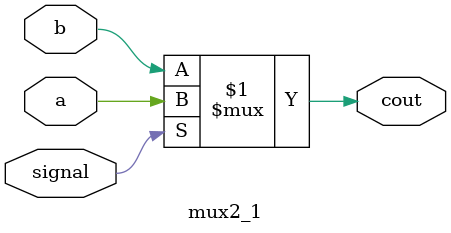
<source format=v>
module mux2_1( signal, a, b, cout ) ;

input a, b, signal ;
output cout ;

assign cout = signal? a:b ;

endmodule 
</source>
